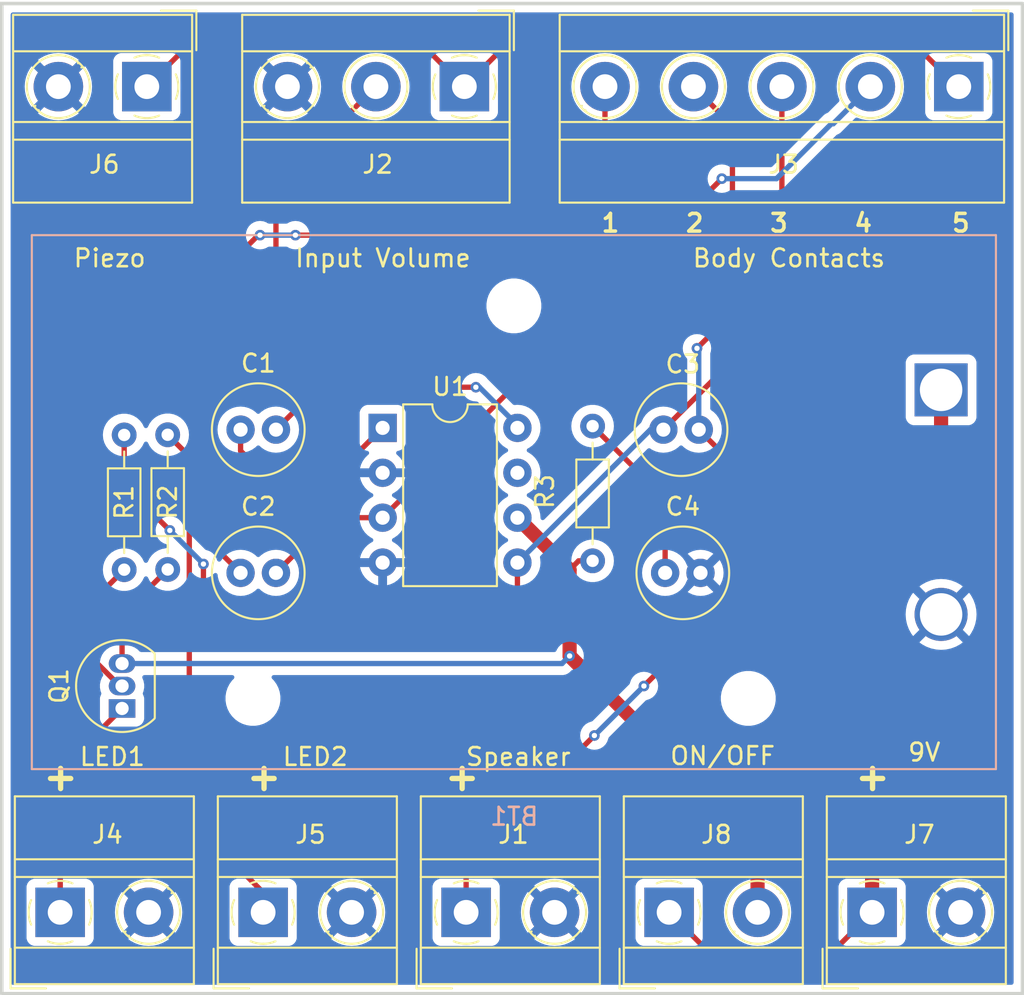
<source format=kicad_pcb>
(kicad_pcb (version 20240108) (generator "pcbnew") (generator_version "8.0")
  (layers (0 "F.Cu" signal) (31 "B.Cu" signal) (34 "B.Paste" user) (35 "F.Paste" user) (36 "B.SilkS" user "B.Silkscreen") (37 "F.SilkS" user "F.Silkscreen") (38 "B.Mask" user) (39 "F.Mask" user) (44 "Edge.Cuts" user))
  (net 0 "")
  (net 2 "GND")
  (net 3 "+9V")
  (net 4 "Net-(C1-Pad1)")
  (net 5 "Net-(C1-Pad2)")
  (net 6 "Net-(C4-Pad1)")
  (net 7 "/touch3")
  (net 8 "/touch2")
  (net 9 "Net-(Q1-B)")
  (net 10 "/signal_in")
  (net 11 "/spk+")
  (net 12 "/piezo+")
  (net 13 "/led1+")
  (net 14 "/led2+")
  (net 15 "VCC")
  (footprint "Resistor_THT:R_Axial_DIN0204_L3.6mm_D1.6mm_P7.62mm_Horizontal" (layer "F.Cu") (at 117.3 96.22 90)
    (property "Reference" "R3" (at 3.92 -2.7 90) (layer "F.SilkS"))
    (property "Value" "R")
    (fp_line (start 5.73 -0.92) (end 1.89 -0.92) (stroke (width 0.12)) (layer "F.SilkS"))
    (fp_line (start 1.89 -0.92) (end 1.89 0.92) (stroke (width 0.12)) (layer "F.SilkS"))
    (fp_line (start 6.68 0) (end 5.73 0) (stroke (width 0.12)) (layer "F.SilkS"))
    (fp_line (start 0.94 0) (end 1.89 0) (stroke (width 0.12)) (layer "F.SilkS"))
    (fp_line (start 5.73 0.92) (end 5.73 -0.92) (stroke (width 0.12)) (layer "F.SilkS"))
    (fp_line (start 1.89 0.92) (end 5.73 0.92) (stroke (width 0.12)) (layer "F.SilkS"))
    (pad "1" thru_hole circle (at 0 0 90) (size 1.4 1.4) (drill 0.7) (layers "*.Cu" "*.Mask") (net 15 "VCC"))
    (pad "2" thru_hole oval (at 7.62 0 90) (size 1.4 1.4) (drill 0.7) (layers "*.Cu" "*.Mask") (net 6 "Net-(C4-Pad1)"))
  )
  (footprint "TerminalBlock_MetzConnect:TerminalBlock_MetzConnect_Type011_RT05502HBWC_1x02_P5.00mm_Horizontal" (layer "F.Cu") (at 98.675 116.1)
    (property "Reference" "J5" (at 2.675 -4.4 0) (layer "F.SilkS"))
    (property "Value" "LED2" (at 2.95 -8.8 0) (layer "F.SilkS"))
    (fp_line (start -2.8 2.06) (end -2.8 4.3) (stroke (width 0.12)) (layer "F.SilkS"))
    (fp_line (start -2.8 4.3) (end -0.8 4.3) (stroke (width 0.12)) (layer "F.SilkS"))
    (fp_line (start -2.56 -6.56) (end -2.56 4.06) (stroke (width 0.12)) (layer "F.SilkS"))
    (fp_line (start -2.56 -6.56) (end 7.56 -6.56) (stroke (width 0.12)) (layer "F.SilkS"))
    (fp_line (start -2.56 -3) (end 7.56 -3) (stroke (width 0.12)) (layer "F.SilkS"))
    (fp_line (start -2.56 -2) (end 7.56 -2) (stroke (width 0.12)) (layer "F.SilkS"))
    (fp_line (start -2.56 2) (end 7.56 2) (stroke (width 0.12)) (layer "F.SilkS"))
    (fp_line (start -2.56 4.06) (end 7.56 4.06) (stroke (width 0.12)) (layer "F.SilkS"))
    (fp_line (start 3.7 1.083) (end 3.65 1.133) (stroke (width 0.12)) (layer "F.SilkS"))
    (fp_line (start 3.892 1.325) (end 3.868 1.35) (stroke (width 0.12)) (layer "F.SilkS"))
    (fp_line (start 6.133 -1.35) (end 6.108 -1.326) (stroke (width 0.12)) (layer "F.SilkS"))
    (fp_line (start 6.35 -1.133) (end 6.301 -1.083) (stroke (width 0.12)) (layer "F.SilkS"))
    (fp_line (start 7.56 -6.56) (end 7.56 4.06) (stroke (width 0.12)) (layer "F.SilkS"))
    (fp_arc (start -1.639206 0.695516) (mid -1.780657 -0.000263) (end -1.639 -0.696) (stroke (width 0.12)) (layer "F.SilkS"))
    (fp_arc (start -0.695516 -1.639206) (mid 0.000263 -1.780657) (end 0.696 -1.639) (stroke (width 0.12)) (layer "F.SilkS"))
    (fp_arc (start 0.030814 1.78039) (mid -0.340023 1.747891) (end -0.696 1.639) (stroke (width 0.12)) (layer "F.SilkS"))
    (fp_arc (start 0.695501 1.638499) (mid 0.354875 1.744266) (end 0 1.78) (stroke (width 0.12)) (layer "F.SilkS"))
    (fp_arc (start 1.639206 -0.695516) (mid 1.780657 0.000263) (end 1.639 0.696) (stroke (width 0.12)) (layer "F.SilkS"))
    (fp_circle (center 5 0) (end 6.78 0) (stroke (width 0.12)) (fill none) (layer "F.SilkS"))
    (pad "1" thru_hole rect (at 0 0) (size 2.8 2.8) (drill 1.4) (layers "*.Cu" "*.Mask") (net 14 "/led2+"))
    (pad "2" thru_hole circle (at 5 0) (size 2.8 2.8) (drill 1.4) (layers "*.Cu" "*.Mask") (net 2 "GND"))
  )
  (footprint "Capacitor_THT:C_Radial_D5.0mm_H11.0mm_P2.00mm" (layer "F.Cu") (at 121.4 96.9)
    (property "Reference" "C4" (at 1 -3.75 360) (layer "F.SilkS"))
    (property "Value" "1uF")
    (fp_circle (center 1 0) (end 3.62 0) (stroke (width 0.12)) (fill none) (layer "F.SilkS"))
    (pad "1" thru_hole circle (at 0 0) (size 1.6 1.6) (drill 0.8) (layers "*.Cu" "*.Mask") (net 6 "Net-(C4-Pad1)"))
    (pad "2" thru_hole circle (at 2 0) (size 1.6 1.6) (drill 0.8) (layers "*.Cu" "*.Mask") (net 2 "GND"))
  )
  (footprint "TerminalBlock_MetzConnect:TerminalBlock_MetzConnect_Type011_RT05502HBWC_1x02_P5.00mm_Horizontal" (layer "F.Cu") (at 133.1 116.1)
    (property "Reference" "J7" (at 2.675 -4.4 0) (layer "F.SilkS"))
    (property "Value" "9V" (at 2.95 -9.05 0) (layer "F.SilkS"))
    (fp_line (start -2.8 2.06) (end -2.8 4.3) (stroke (width 0.12)) (layer "F.SilkS"))
    (fp_line (start -2.8 4.3) (end -0.8 4.3) (stroke (width 0.12)) (layer "F.SilkS"))
    (fp_line (start -2.56 -6.56) (end -2.56 4.06) (stroke (width 0.12)) (layer "F.SilkS"))
    (fp_line (start -2.56 -6.56) (end 7.56 -6.56) (stroke (width 0.12)) (layer "F.SilkS"))
    (fp_line (start -2.56 -3) (end 7.56 -3) (stroke (width 0.12)) (layer "F.SilkS"))
    (fp_line (start -2.56 -2) (end 7.56 -2) (stroke (width 0.12)) (layer "F.SilkS"))
    (fp_line (start -2.56 2) (end 7.56 2) (stroke (width 0.12)) (layer "F.SilkS"))
    (fp_line (start -2.56 4.06) (end 7.56 4.06) (stroke (width 0.12)) (layer "F.SilkS"))
    (fp_line (start 3.7 1.083) (end 3.65 1.133) (stroke (width 0.12)) (layer "F.SilkS"))
    (fp_line (start 3.892 1.325) (end 3.868 1.35) (stroke (width 0.12)) (layer "F.SilkS"))
    (fp_line (start 6.133 -1.35) (end 6.108 -1.326) (stroke (width 0.12)) (layer "F.SilkS"))
    (fp_line (start 6.35 -1.133) (end 6.301 -1.083) (stroke (width 0.12)) (layer "F.SilkS"))
    (fp_line (start 7.56 -6.56) (end 7.56 4.06) (stroke (width 0.12)) (layer "F.SilkS"))
    (fp_arc (start -1.639206 0.695516) (mid -1.780657 -0.000263) (end -1.639 -0.696) (stroke (width 0.12)) (layer "F.SilkS"))
    (fp_arc (start -0.695516 -1.639206) (mid 0.000263 -1.780657) (end 0.696 -1.639) (stroke (width 0.12)) (layer "F.SilkS"))
    (fp_arc (start 0.030814 1.78039) (mid -0.340023 1.747891) (end -0.696 1.639) (stroke (width 0.12)) (layer "F.SilkS"))
    (fp_arc (start 0.695501 1.638499) (mid 0.354875 1.744266) (end 0 1.78) (stroke (width 0.12)) (layer "F.SilkS"))
    (fp_arc (start 1.639206 -0.695516) (mid 1.780657 0.000263) (end 1.639 0.696) (stroke (width 0.12)) (layer "F.SilkS"))
    (fp_circle (center 5 0) (end 6.78 0) (stroke (width 0.12)) (fill none) (layer "F.SilkS"))
    (pad "1" thru_hole rect (at 0 0) (size 2.8 2.8) (drill 1.4) (layers "*.Cu" "*.Mask") (net 3 "+9V"))
    (pad "2" thru_hole circle (at 5 0) (size 2.8 2.8) (drill 1.4) (layers "*.Cu" "*.Mask") (net 2 "GND"))
  )
  (footprint "Resistor_THT:R_Axial_DIN0204_L3.6mm_D1.6mm_P7.62mm_Horizontal" (layer "F.Cu") (at 90.82 89.1 -90)
    (property "Reference" "R2" (at 3.8 -2.46 90) (layer "F.SilkS"))
    (property "Value" "R")
    (fp_line (start 1.89 0.92) (end 5.73 0.92) (stroke (width 0.12)) (layer "F.SilkS"))
    (fp_line (start 5.73 0.92) (end 5.73 -0.92) (stroke (width 0.12)) (layer "F.SilkS"))
    (fp_line (start 0.94 0) (end 1.89 0) (stroke (width 0.12)) (layer "F.SilkS"))
    (fp_line (start 6.68 0) (end 5.73 0) (stroke (width 0.12)) (layer "F.SilkS"))
    (fp_line (start 1.89 -0.92) (end 1.89 0.92) (stroke (width 0.12)) (layer "F.SilkS"))
    (fp_line (start 5.73 -0.92) (end 1.89 -0.92) (stroke (width 0.12)) (layer "F.SilkS"))
    (pad "1" thru_hole circle (at 0 0 270) (size 1.4 1.4) (drill 0.7) (layers "*.Cu" "*.Mask") (net 7 "/touch3"))
    (pad "2" thru_hole oval (at 7.62 0 270) (size 1.4 1.4) (drill 0.7) (layers "*.Cu" "*.Mask") (net 9 "Net-(Q1-B)"))
  )
  (footprint "Capacitor_THT:C_Radial_D5.0mm_H11.0mm_P2.00mm" (layer "F.Cu") (at 121.3 88.8)
    (property "Reference" "C3" (at 1.1 -3.7 360) (layer "F.SilkS"))
    (property "Value" "100uF")
    (fp_circle (center 1 0) (end 3.62 0) (stroke (width 0.12)) (fill none) (layer "F.SilkS"))
    (pad "1" thru_hole circle (at 0 0) (size 1.6 1.6) (drill 0.8) (layers "*.Cu" "*.Mask") (net 7 "/touch3"))
    (pad "2" thru_hole circle (at 2 0) (size 1.6 1.6) (drill 0.8) (layers "*.Cu" "*.Mask") (net 11 "/spk+"))
  )
  (footprint "TerminalBlock_MetzConnect:TerminalBlock_MetzConnect_Type011_RT05502HBWC_1x02_P5.00mm_Horizontal" (layer "F.Cu") (at 121.625 116.1)
    (property "Reference" "J8" (at 2.675 -4.4 0) (layer "F.SilkS"))
    (property "Value" "ON/OFF" (at 3.025 -8.85 0) (layer "F.SilkS"))
    (fp_line (start -2.8 2.06) (end -2.8 4.3) (stroke (width 0.12)) (layer "F.SilkS"))
    (fp_line (start -2.8 4.3) (end -0.8 4.3) (stroke (width 0.12)) (layer "F.SilkS"))
    (fp_line (start -2.56 -6.56) (end -2.56 4.06) (stroke (width 0.12)) (layer "F.SilkS"))
    (fp_line (start -2.56 -6.56) (end 7.56 -6.56) (stroke (width 0.12)) (layer "F.SilkS"))
    (fp_line (start -2.56 -3) (end 7.56 -3) (stroke (width 0.12)) (layer "F.SilkS"))
    (fp_line (start -2.56 -2) (end 7.56 -2) (stroke (width 0.12)) (layer "F.SilkS"))
    (fp_line (start -2.56 2) (end 7.56 2) (stroke (width 0.12)) (layer "F.SilkS"))
    (fp_line (start -2.56 4.06) (end 7.56 4.06) (stroke (width 0.12)) (layer "F.SilkS"))
    (fp_line (start 3.7 1.083) (end 3.65 1.133) (stroke (width 0.12)) (layer "F.SilkS"))
    (fp_line (start 3.892 1.325) (end 3.868 1.35) (stroke (width 0.12)) (layer "F.SilkS"))
    (fp_line (start 6.133 -1.35) (end 6.108 -1.326) (stroke (width 0.12)) (layer "F.SilkS"))
    (fp_line (start 6.35 -1.133) (end 6.301 -1.083) (stroke (width 0.12)) (layer "F.SilkS"))
    (fp_line (start 7.56 -6.56) (end 7.56 4.06) (stroke (width 0.12)) (layer "F.SilkS"))
    (fp_arc (start -1.639206 0.695516) (mid -1.780657 -0.000263) (end -1.639 -0.696) (stroke (width 0.12)) (layer "F.SilkS"))
    (fp_arc (start -0.695516 -1.639206) (mid 0.000263 -1.780657) (end 0.696 -1.639) (stroke (width 0.12)) (layer "F.SilkS"))
    (fp_arc (start 0.030814 1.78039) (mid -0.340023 1.747891) (end -0.696 1.639) (stroke (width 0.12)) (layer "F.SilkS"))
    (fp_arc (start 0.695501 1.638499) (mid 0.354875 1.744266) (end 0 1.78) (stroke (width 0.12)) (layer "F.SilkS"))
    (fp_arc (start 1.639206 -0.695516) (mid 1.780657 0.000263) (end 1.639 0.696) (stroke (width 0.12)) (layer "F.SilkS"))
    (fp_circle (center 5 0) (end 6.78 0) (stroke (width 0.12)) (fill none) (layer "F.SilkS"))
    (pad "1" thru_hole rect (at 0 0) (size 2.8 2.8) (drill 1.4) (layers "*.Cu" "*.Mask") (net 3 "+9V"))
    (pad "2" thru_hole circle (at 5 0) (size 2.8 2.8) (drill 1.4) (layers "*.Cu" "*.Mask") (net 15 "VCC"))
  )
  (footprint "TerminalBlock_MetzConnect:TerminalBlock_MetzConnect_Type011_RT05503HBWC_1x03_P5.00mm_Horizontal" (layer "F.Cu") (at 110.05 69.4 180)
    (property "Reference" "J2" (at 4.9 -4.4 0) (layer "F.SilkS"))
    (property "Value" "Input Volume" (at 4.6 -9.7 0) (layer "F.SilkS"))
    (fp_line (start 12.56 -6.56) (end 12.56 4.06) (stroke (width 0.12)) (layer "F.SilkS"))
    (fp_line (start 11.35 -1.133) (end 11.301 -1.083) (stroke (width 0.12)) (layer "F.SilkS"))
    (fp_line (start 11.133 -1.35) (end 11.108 -1.326) (stroke (width 0.12)) (layer "F.SilkS"))
    (fp_line (start 8.892 1.325) (end 8.868 1.35) (stroke (width 0.12)) (layer "F.SilkS"))
    (fp_line (start 8.7 1.083) (end 8.65 1.133) (stroke (width 0.12)) (layer "F.SilkS"))
    (fp_line (start 6.35 -1.133) (end 6.301 -1.083) (stroke (width 0.12)) (layer "F.SilkS"))
    (fp_line (start 6.133 -1.35) (end 6.108 -1.326) (stroke (width 0.12)) (layer "F.SilkS"))
    (fp_line (start 3.892 1.325) (end 3.868 1.35) (stroke (width 0.12)) (layer "F.SilkS"))
    (fp_line (start 3.7 1.083) (end 3.65 1.133) (stroke (width 0.12)) (layer "F.SilkS"))
    (fp_line (start -2.56 4.06) (end 12.56 4.06) (stroke (width 0.12)) (layer "F.SilkS"))
    (fp_line (start -2.56 2) (end 12.56 2) (stroke (width 0.12)) (layer "F.SilkS"))
    (fp_line (start -2.56 -2) (end 12.56 -2) (stroke (width 0.12)) (layer "F.SilkS"))
    (fp_line (start -2.56 -3) (end 12.56 -3) (stroke (width 0.12)) (layer "F.SilkS"))
    (fp_line (start -2.56 -6.56) (end 12.56 -6.56) (stroke (width 0.12)) (layer "F.SilkS"))
    (fp_line (start -2.56 -6.56) (end -2.56 4.06) (stroke (width 0.12)) (layer "F.SilkS"))
    (fp_line (start -2.8 4.3) (end -0.8 4.3) (stroke (width 0.12)) (layer "F.SilkS"))
    (fp_line (start -2.8 2.06) (end -2.8 4.3) (stroke (width 0.12)) (layer "F.SilkS"))
    (fp_arc (start 1.639206 -0.695516) (mid 1.780657 0.000263) (end 1.639 0.696) (stroke (width 0.12)) (layer "F.SilkS"))
    (fp_arc (start 0.695501 1.638499) (mid 0.354875 1.744266) (end 0 1.78) (stroke (width 0.12)) (layer "F.SilkS"))
    (fp_arc (start 0.030814 1.78039) (mid -0.340023 1.747891) (end -0.696 1.639) (stroke (width 0.12)) (layer "F.SilkS"))
    (fp_arc (start -0.695516 -1.639206) (mid 0.000263 -1.780657) (end 0.696 -1.639) (stroke (width 0.12)) (layer "F.SilkS"))
    (fp_arc (start -1.639206 0.695516) (mid -1.780657 -0.000263) (end -1.639 -0.696) (stroke (width 0.12)) (layer "F.SilkS"))
    (fp_circle (center 10 0) (end 11.78 0) (stroke (width 0.12)) (fill none) (layer "F.SilkS"))
    (fp_circle (center 5 0) (end 6.78 0) (stroke (width 0.12)) (fill none) (layer "F.SilkS"))
    (pad "1" thru_hole rect (at 0 0 180) (size 2.8 2.8) (drill 1.4) (layers "*.Cu" "*.Mask") (net 12 "/piezo+"))
    (pad "2" thru_hole circle (at 5 0 180) (size 2.8 2.8) (drill 1.4) (layers "*.Cu" "*.Mask") (net 10 "/signal_in"))
    (pad "3" thru_hole circle (at 10 0 180) (size 2.8 2.8) (drill 1.4) (layers "*.Cu" "*.Mask") (net 2 "GND"))
  )
  (footprint "Package_DIP:DIP-8_W7.62mm" (layer "F.Cu") (at 105.43 88.7)
    (property "Reference" "U1" (at 3.81 -2.33 0) (layer "F.SilkS"))
    (property "Value" "LM386")
    (fp_line (start 1.16 -1.33) (end 1.16 8.95) (stroke (width 0.12)) (layer "F.SilkS"))
    (fp_line (start 1.16 8.95) (end 6.46 8.95) (stroke (width 0.12)) (layer "F.SilkS"))
    (fp_line (start 2.81 -1.33) (end 1.16 -1.33) (stroke (width 0.12)) (layer "F.SilkS"))
    (fp_line (start 6.46 -1.33) (end 4.81 -1.33) (stroke (width 0.12)) (layer "F.SilkS"))
    (fp_line (start 6.46 8.95) (end 6.46 -1.33) (stroke (width 0.12)) (layer "F.SilkS"))
    (fp_arc (start 4.81 -1.33) (mid 3.81 -0.33) (end 2.81 -1.33) (stroke (width 0.12)) (layer "F.SilkS"))
    (pad "1" thru_hole rect (at 0 0) (size 1.6 1.6) (drill 0.8) (layers "*.Cu" "*.Mask") (net 4 "Net-(C1-Pad1)"))
    (pad "2" thru_hole oval (at 0 2.54) (size 1.6 1.6) (drill 0.8) (layers "*.Cu" "*.Mask") (net 2 "GND"))
    (pad "3" thru_hole oval (at 0 5.08) (size 1.6 1.6) (drill 0.8) (layers "*.Cu" "*.Mask") (net 8 "/touch2"))
    (pad "4" thru_hole oval (at 0 7.62) (size 1.6 1.6) (drill 0.8) (layers "*.Cu" "*.Mask") (net 2 "GND"))
    (pad "5" thru_hole oval (at 7.62 7.62) (size 1.6 1.6) (drill 0.8) (layers "*.Cu" "*.Mask") (net 7 "/touch3"))
    (pad "6" thru_hole oval (at 7.62 5.08) (size 1.6 1.6) (drill 0.8) (layers "*.Cu" "*.Mask") (net 15 "VCC"))
    (pad "7" thru_hole oval (at 7.62 2.54) (size 1.6 1.6) (drill 0.8) (layers "*.Cu" "*.Mask"))
    (pad "8" thru_hole oval (at 7.62 0) (size 1.6 1.6) (drill 0.8) (layers "*.Cu" "*.Mask") (net 5 "Net-(C1-Pad2)"))
  )
  (footprint "TerminalBlock_MetzConnect:TerminalBlock_MetzConnect_Type011_RT05502HBWC_1x02_P5.00mm_Horizontal" (layer "F.Cu") (at 92.1 69.4 180)
    (property "Reference" "J6" (at 2.4 -4.4 0) (layer "F.SilkS"))
    (property "Value" "Piezo" (at 2.1 -9.7 0) (layer "F.SilkS"))
    (fp_line (start 7.56 -6.56) (end 7.56 4.06) (stroke (width 0.12)) (layer "F.SilkS"))
    (fp_line (start 6.35 -1.133) (end 6.301 -1.083) (stroke (width 0.12)) (layer "F.SilkS"))
    (fp_line (start 6.133 -1.35) (end 6.108 -1.326) (stroke (width 0.12)) (layer "F.SilkS"))
    (fp_line (start 3.892 1.325) (end 3.868 1.35) (stroke (width 0.12)) (layer "F.SilkS"))
    (fp_line (start 3.7 1.083) (end 3.65 1.133) (stroke (width 0.12)) (layer "F.SilkS"))
    (fp_line (start -2.56 4.06) (end 7.56 4.06) (stroke (width 0.12)) (layer "F.SilkS"))
    (fp_line (start -2.56 2) (end 7.56 2) (stroke (width 0.12)) (layer "F.SilkS"))
    (fp_line (start -2.56 -2) (end 7.56 -2) (stroke (width 0.12)) (layer "F.SilkS"))
    (fp_line (start -2.56 -3) (end 7.56 -3) (stroke (width 0.12)) (layer "F.SilkS"))
    (fp_line (start -2.56 -6.56) (end 7.56 -6.56) (stroke (width 0.12)) (layer "F.SilkS"))
    (fp_line (start -2.56 -6.56) (end -2.56 4.06) (stroke (width 0.12)) (layer "F.SilkS"))
    (fp_line (start -2.8 4.3) (end -0.8 4.3) (stroke (width 0.12)) (layer "F.SilkS"))
    (fp_line (start -2.8 2.06) (end -2.8 4.3) (stroke (width 0.12)) (layer "F.SilkS"))
    (fp_arc (start 1.639206 -0.695516) (mid 1.780657 0.000263) (end 1.639 0.696) (stroke (width 0.12)) (layer "F.SilkS"))
    (fp_arc (start 0.695501 1.638499) (mid 0.354875 1.744266) (end 0 1.78) (stroke (width 0.12)) (layer "F.SilkS"))
    (fp_arc (start 0.030814 1.78039) (mid -0.340023 1.747891) (end -0.696 1.639) (stroke (width 0.12)) (layer "F.SilkS"))
    (fp_arc (start -0.695516 -1.639206) (mid 0.000263 -1.780657) (end 0.696 -1.639) (stroke (width 0.12)) (layer "F.SilkS"))
    (fp_arc (start -1.639206 0.695516) (mid -1.780657 -0.000263) (end -1.639 -0.696) (stroke (width 0.12)) (layer "F.SilkS"))
    (fp_circle (center 5 0) (end 6.78 0) (stroke (width 0.12)) (fill none) (layer "F.SilkS"))
    (pad "1" thru_hole rect (at 0 0 180) (size 2.8 2.8) (drill 1.4) (layers "*.Cu" "*.Mask") (net 12 "/piezo+"))
    (pad "2" thru_hole circle (at 5 0 180) (size 2.8 2.8) (drill 1.4) (layers "*.Cu" "*.Mask") (net 2 "GND"))
  )
  (footprint "TerminalBlock_MetzConnect:TerminalBlock_MetzConnect_Type011_RT05502HBWC_1x02_P5.00mm_Horizontal" (layer "F.Cu") (at 87.2 116.1)
    (property "Reference" "J4" (at 2.675 -4.4 0) (layer "F.SilkS"))
    (property "Value" "LED1" (at 2.95 -8.8 0) (layer "F.SilkS"))
    (fp_line (start -2.8 2.06) (end -2.8 4.3) (stroke (width 0.12)) (layer "F.SilkS"))
    (fp_line (start -2.8 4.3) (end -0.8 4.3) (stroke (width 0.12)) (layer "F.SilkS"))
    (fp_line (start -2.56 -6.56) (end -2.56 4.06) (stroke (width 0.12)) (layer "F.SilkS"))
    (fp_line (start -2.56 -6.56) (end 7.56 -6.56) (stroke (width 0.12)) (layer "F.SilkS"))
    (fp_line (start -2.56 -3) (end 7.56 -3) (stroke (width 0.12)) (layer "F.SilkS"))
    (fp_line (start -2.56 -2) (end 7.56 -2) (stroke (width 0.12)) (layer "F.SilkS"))
    (fp_line (start -2.56 2) (end 7.56 2) (stroke (width 0.12)) (layer "F.SilkS"))
    (fp_line (start -2.56 4.06) (end 7.56 4.06) (stroke (width 0.12)) (layer "F.SilkS"))
    (fp_line (start 3.7 1.083) (end 3.65 1.133) (stroke (width 0.12)) (layer "F.SilkS"))
    (fp_line (start 3.892 1.325) (end 3.868 1.35) (stroke (width 0.12)) (layer "F.SilkS"))
    (fp_line (start 6.133 -1.35) (end 6.108 -1.326) (stroke (width 0.12)) (layer "F.SilkS"))
    (fp_line (start 6.35 -1.133) (end 6.301 -1.083) (stroke (width 0.12)) (layer "F.SilkS"))
    (fp_line (start 7.56 -6.56) (end 7.56 4.06) (stroke (width 0.12)) (layer "F.SilkS"))
    (fp_arc (start -1.639206 0.695516) (mid -1.780657 -0.000263) (end -1.639 -0.696) (stroke (width 0.12)) (layer "F.SilkS"))
    (fp_arc (start -0.695516 -1.639206) (mid 0.000263 -1.780657) (end 0.696 -1.639) (stroke (width 0.12)) (layer "F.SilkS"))
    (fp_arc (start 0.030814 1.78039) (mid -0.340023 1.747891) (end -0.696 1.639) (stroke (width 0.12)) (layer "F.SilkS"))
    (fp_arc (start 0.695501 1.638499) (mid 0.354875 1.744266) (end 0 1.78) (stroke (width 0.12)) (layer "F.SilkS"))
    (fp_arc (start 1.639206 -0.695516) (mid 1.780657 0.000263) (end 1.639 0.696) (stroke (width 0.12)) (layer "F.SilkS"))
    (fp_circle (center 5 0) (end 6.78 0) (stroke (width 0.12)) (fill none) (layer "F.SilkS"))
    (pad "1" thru_hole rect (at 0 0) (size 2.8 2.8) (drill 1.4) (layers "*.Cu" "*.Mask") (net 13 "/led1+"))
    (pad "2" thru_hole circle (at 5 0) (size 2.8 2.8) (drill 1.4) (layers "*.Cu" "*.Mask") (net 2 "GND"))
  )
  (footprint "Package_TO_SOT_THT:TO-92_Inline" (layer "F.Cu") (at 90.7 104.57 90)
    (property "Reference" "Q1" (at 1.27 -3.56 90) (layer "F.SilkS"))
    (property "Value" "2N3904")
    (fp_line (start -0.53 1.85) (end 3.07 1.85) (stroke (width 0.12)) (layer "F.SilkS"))
    (fp_arc (start 1.27 -2.6) (mid 3.672087 -0.994977) (end 3.108478 1.838478) (stroke (width 0.12)) (layer "F.SilkS"))
    (fp_arc (start -0.568478 1.838478) (mid -1.132087 -0.994977) (end 1.27 -2.6) (stroke (width 0.12)) (layer "F.SilkS"))
    (pad "1" thru_hole rect (at 0 0 90) (size 1.05 1.5) (drill 0.75) (layers "*.Cu" "*.Mask") (net 13 "/led1+"))
    (pad "2" thru_hole oval (at 1.27 0 90) (size 1.05 1.5) (drill 0.75) (layers "*.Cu" "*.Mask") (net 9 "Net-(Q1-B)"))
    (pad "3" thru_hole oval (at 2.54 0 90) (size 1.05 1.5) (drill 0.75) (layers "*.Cu" "*.Mask") (net 15 "VCC"))
  )
  (footprint "Capacitor_THT:C_Radial_D5.0mm_H11.0mm_P2.00mm" (layer "F.Cu") (at 97.4 96.9)
    (property "Reference" "C2" (at 1 -3.75 0) (layer "F.SilkS"))
    (property "Value" "C_Polarized")
    (fp_circle (center 1 0) (end 3.62 0) (stroke (width 0.12)) (fill none) (layer "F.SilkS"))
    (pad "1" thru_hole circle (at 0 0) (size 1.6 1.6) (drill 0.8) (layers "*.Cu" "*.Mask") (net 10 "/signal_in"))
    (pad "2" thru_hole circle (at 2 0) (size 1.6 1.6) (drill 0.8) (layers "*.Cu" "*.Mask") (net 8 "/touch2"))
  )
  (footprint "Capacitor_THT:C_Radial_D5.0mm_H11.0mm_P2.00mm" (layer "F.Cu") (at 97.4 88.8)
    (property "Reference" "C1" (at 1 -3.75 0) (layer "F.SilkS"))
    (property "Value" "10uF")
    (fp_circle (center 1 0) (end 3.62 0) (stroke (width 0.12)) (fill none) (layer "F.SilkS"))
    (pad "1" thru_hole circle (at 0 0) (size 1.6 1.6) (drill 0.8) (layers "*.Cu" "*.Mask") (net 4 "Net-(C1-Pad1)"))
    (pad "2" thru_hole circle (at 2 0) (size 1.6 1.6) (drill 0.8) (layers "*.Cu" "*.Mask") (net 5 "Net-(C1-Pad2)"))
  )
  (footprint "Resistor_THT:R_Axial_DIN0204_L3.6mm_D1.6mm_P7.62mm_Horizontal" (layer "F.Cu") (at 93.28 96.71 90)
    (property "Reference" "R1" (at 3.8 -2.46 90) (layer "F.SilkS"))
    (property "Value" "R")
    (fp_line (start 5.73 -0.92) (end 1.89 -0.92) (stroke (width 0.12)) (layer "F.SilkS"))
    (fp_line (start 1.89 -0.92) (end 1.89 0.92) (stroke (width 0.12)) (layer "F.SilkS"))
    (fp_line (start 6.68 0) (end 5.73 0) (stroke (width 0.12)) (layer "F.SilkS"))
    (fp_line (start 0.94 0) (end 1.89 0) (stroke (width 0.12)) (layer "F.SilkS"))
    (fp_line (start 5.73 0.92) (end 5.73 -0.92) (stroke (width 0.12)) (layer "F.SilkS"))
    (fp_line (start 1.89 0.92) (end 5.73 0.92) (stroke (width 0.12)) (layer "F.SilkS"))
    (pad "1" thru_hole circle (at 0 0 90) (size 1.4 1.4) (drill 0.7) (layers "*.Cu" "*.Mask") (net 15 "VCC"))
    (pad "2" thru_hole oval (at 7.62 0 90) (size 1.4 1.4) (drill 0.7) (layers "*.Cu" "*.Mask") (net 14 "/led2+"))
  )
  (footprint "TerminalBlock_MetzConnect:TerminalBlock_MetzConnect_Type011_RT05505HBWC_1x05_P5.00mm_Horizontal" (layer "F.Cu") (at 138 69.4 180)
    (property "Reference" "J3" (at 9.9 -4.4 0) (layer "F.SilkS"))
    (property "Value" "Body Contacts" (at 9.6 -9.7 0) (layer "F.SilkS"))
    (fp_line (start 22.56 -6.56) (end 22.56 4.06) (stroke (width 0.12)) (layer "F.SilkS"))
    (fp_line (start 21.35 -1.133) (end 21.301 -1.083) (stroke (width 0.12)) (layer "F.SilkS"))
    (fp_line (start 21.133 -1.35) (end 21.108 -1.326) (stroke (width 0.12)) (layer "F.SilkS"))
    (fp_line (start 18.892 1.325) (end 18.868 1.35) (stroke (width 0.12)) (layer "F.SilkS"))
    (fp_line (start 18.7 1.083) (end 18.65 1.133) (stroke (width 0.12)) (layer "F.SilkS"))
    (fp_line (start 16.35 -1.133) (end 16.301 -1.083) (stroke (width 0.12)) (layer "F.SilkS"))
    (fp_line (start 16.133 -1.35) (end 16.108 -1.326) (stroke (width 0.12)) (layer "F.SilkS"))
    (fp_line (start 13.892 1.325) (end 13.868 1.35) (stroke (width 0.12)) (layer "F.SilkS"))
    (fp_line (start 13.7 1.083) (end 13.65 1.133) (stroke (width 0.12)) (layer "F.SilkS"))
    (fp_line (start 11.35 -1.133) (end 11.301 -1.083) (stroke (width 0.12)) (layer "F.SilkS"))
    (fp_line (start 11.133 -1.35) (end 11.108 -1.326) (stroke (width 0.12)) (layer "F.SilkS"))
    (fp_line (start 8.892 1.325) (end 8.868 1.35) (stroke (width 0.12)) (layer "F.SilkS"))
    (fp_line (start 8.7 1.083) (end 8.65 1.133) (stroke (width 0.12)) (layer "F.SilkS"))
    (fp_line (start 6.35 -1.133) (end 6.301 -1.083) (stroke (width 0.12)) (layer "F.SilkS"))
    (fp_line (start 6.133 -1.35) (end 6.108 -1.326) (stroke (width 0.12)) (layer "F.SilkS"))
    (fp_line (start 3.892 1.325) (end 3.868 1.35) (stroke (width 0.12)) (layer "F.SilkS"))
    (fp_line (start 3.7 1.083) (end 3.65 1.133) (stroke (width 0.12)) (layer "F.SilkS"))
    (fp_line (start -2.56 4.06) (end 22.56 4.06) (stroke (width 0.12)) (layer "F.SilkS"))
    (fp_line (start -2.56 2) (end 22.56 2) (stroke (width 0.12)) (layer "F.SilkS"))
    (fp_line (start -2.56 -2) (end 22.56 -2) (stroke (width 0.12)) (layer "F.SilkS"))
    (fp_line (start -2.56 -3) (end 22.56 -3) (stroke (width 0.12)) (layer "F.SilkS"))
    (fp_line (start -2.56 -6.56) (end 22.56 -6.56) (stroke (width 0.12)) (layer "F.SilkS"))
    (fp_line (start -2.56 -6.56) (end -2.56 4.06) (stroke (width 0.12)) (layer "F.SilkS"))
    (fp_line (start -2.8 4.3) (end -0.8 4.3) (stroke (width 0.12)) (layer "F.SilkS"))
    (fp_line (start -2.8 2.06) (end -2.8 4.3) (stroke (width 0.12)) (layer "F.SilkS"))
    (fp_arc (start 1.639206 -0.695516) (mid 1.780657 0.000263) (end 1.639 0.696) (stroke (width 0.12)) (layer "F.SilkS"))
    (fp_arc (start 0.695501 1.638499) (mid 0.354875 1.744266) (end 0 1.78) (stroke (width 0.12)) (layer "F.SilkS"))
    (fp_arc (start 0.030814 1.78039) (mid -0.340023 1.747891) (end -0.696 1.639) (stroke (width 0.12)) (layer "F.SilkS"))
    (fp_arc (start -0.695516 -1.639206) (mid 0.000263 -1.780657) (end 0.696 -1.639) (stroke (width 0.12)) (layer "F.SilkS"))
    (fp_arc (start -1.639206 0.695516) (mid -1.780657 -0.000263) (end -1.639 -0.696) (stroke (width 0.12)) (layer "F.SilkS"))
    (fp_circle (center 20 0) (end 21.78 0) (stroke (width 0.12)) (fill none) (layer "F.SilkS"))
    (fp_circle (center 15 0) (end 16.78 0) (stroke (width 0.12)) (fill none) (layer "F.SilkS"))
    (fp_circle (center 10 0) (end 11.78 0) (stroke (width 0.12)) (fill none) (layer "F.SilkS"))
    (fp_circle (center 5 0) (end 6.78 0) (stroke (width 0.12)) (fill none) (layer "F.SilkS"))
    (pad "1" thru_hole rect (at 0 0 180) (size 2.8 2.8) (drill 1.4) (layers "*.Cu" "*.Mask") (net 12 "/piezo+"))
    (pad "2" thru_hole circle (at 5 0 180) (size 2.8 2.8) (drill 1.4) (layers "*.Cu" "*.Mask") (net 8 "/touch2"))
    (pad "3" thru_hole circle (at 10 0 180) (size 2.8 2.8) (drill 1.4) (layers "*.Cu" "*.Mask") (net 7 "/touch3"))
    (pad "4" thru_hole circle (at 15 0 180) (size 2.8 2.8) (drill 1.4) (layers "*.Cu" "*.Mask") (net 11 "/spk+"))
    (pad "5" thru_hole circle (at 20 0 180) (size 2.8 2.8) (drill 1.4) (layers "*.Cu" "*.Mask") (net 13 "/led1+"))
  )
  (footprint "TerminalBlock_MetzConnect:TerminalBlock_MetzConnect_Type011_RT05502HBWC_1x02_P5.00mm_Horizontal" (layer "F.Cu") (at 110.15 116.1)
    (property "Reference" "J1" (at 2.675 -4.4 0) (layer "F.SilkS"))
    (property "Value" "Speaker" (at 2.95 -8.8 0) (layer "F.SilkS"))
    (fp_line (start -2.8 2.06) (end -2.8 4.3) (stroke (width 0.12)) (layer "F.SilkS"))
    (fp_line (start -2.8 4.3) (end -0.8 4.3) (stroke (width 0.12)) (layer "F.SilkS"))
    (fp_line (start -2.56 -6.56) (end -2.56 4.06) (stroke (width 0.12)) (layer "F.SilkS"))
    (fp_line (start -2.56 -6.56) (end 7.56 -6.56) (stroke (width 0.12)) (layer "F.SilkS"))
    (fp_line (start -2.56 -3) (end 7.56 -3) (stroke (width 0.12)) (layer "F.SilkS"))
    (fp_line (start -2.56 -2) (end 7.56 -2) (stroke (width 0.12)) (layer "F.SilkS"))
    (fp_line (start -2.56 2) (end 7.56 2) (stroke (width 0.12)) (layer "F.SilkS"))
    (fp_line (start -2.56 4.06) (end 7.56 4.06) (stroke (width 0.12)) (layer "F.SilkS"))
    (fp_line (start 3.7 1.083) (end 3.65 1.133) (stroke (width 0.12)) (layer "F.SilkS"))
    (fp_line (start 3.892 1.325) (end 3.868 1.35) (stroke (width 0.12)) (layer "F.SilkS"))
    (fp_line (start 6.133 -1.35) (end 6.108 -1.326) (stroke (width 0.12)) (layer "F.SilkS"))
    (fp_line (start 6.35 -1.133) (end 6.301 -1.083) (stroke (width 0.12)) (layer "F.SilkS"))
    (fp_line (start 7.56 -6.56) (end 7.56 4.06) (stroke (width 0.12)) (layer "F.SilkS"))
    (fp_arc (start -1.639206 0.695516) (mid -1.780657 -0.000263) (end -1.639 -0.696) (stroke (width 0.12)) (layer "F.SilkS"))
    (fp_arc (start -0.695516 -1.639206) (mid 0.000263 -1.780657) (end 0.696 -1.639) (stroke (width 0.12)) (layer "F.SilkS"))
    (fp_arc (start 0.030814 1.78039) (mid -0.340023 1.747891) (end -0.696 1.639) (stroke (width 0.12)) (layer "F.SilkS"))
    (fp_arc (start 0.695501 1.638499) (mid 0.354875 1.744266) (end 0 1.78) (stroke (width 0.12)) (layer "F.SilkS"))
    (fp_arc (start 1.639206 -0.695516) (mid 1.780657 0.000263) (end 1.639 0.696) (stroke (width 0.12)) (layer "F.SilkS"))
    (fp_circle (center 5 0) (end 6.78 0) (stroke (width 0.12)) (fill none) (layer "F.SilkS"))
    (pad "1" thru_hole rect (at 0 0) (size 2.8 2.8) (drill 1.4) (layers "*.Cu" "*.Mask") (net 11 "/spk+"))
    (pad "2" thru_hole circle (at 5 0) (size 2.8 2.8) (drill 1.4) (layers "*.Cu" "*.Mask") (net 2 "GND"))
  )
  (footprint "Battery:BatteryHolder_Eagle_12BH611-GR" (layer "B.Cu") (at 137 86.55)
    (property "Reference" "BT1" (at -24.13 24.13 180) (layer "B.SilkS") (effects (justify mirror)))
    (property "Value" "Battery")
    (fp_line (start -51.4 -8.75) (end 3.1 -8.75) (stroke (width 0.12)) (layer "B.SilkS"))
    (fp_line (start -51.4 21.45) (end -51.4 -8.75) (stroke (width 0.12)) (layer "B.SilkS"))
    (fp_line (start 3.1 -8.75) (end 3.1 21.45) (stroke (width 0.12)) (layer "B.SilkS"))
    (fp_line (start 3.1 21.45) (end -51.4 21.45) (stroke (width 0.12)) (layer "B.SilkS"))
    (pad "" np_thru_hole circle (at -38.9 17.45) (size 2.6 2.6) (drill 2.6) (layers "*.Cu" "*.Mask"))
    (pad "" np_thru_hole circle (at -24.15 -4.75) (size 2.6 2.6) (drill 2.6) (layers "*.Cu" "*.Mask"))
    (pad "" np_thru_hole circle (at -10.9 17.45) (size 2.6 2.6) (drill 2.6) (layers "*.Cu" "*.Mask"))
    (pad "1" thru_hole rect (at 0 0) (size 3 3) (drill 2.4) (layers "*.Cu" "*.Mask") (net 3 "+9V"))
    (pad "2" thru_hole circle (at 0 12.7) (size 3 3) (drill 2.4) (layers "*.Cu" "*.Mask") (net 2 "GND"))
  )
  (gr_rect (start 83.9 64.7) (end 141.6 120.7) (stroke (width 0.2)) (fill none) (layer "Edge.Cuts"))
  (gr_text "+" (at 86.1 109.3 0) (layer "F.SilkS") (effects (font (size 1.5 1.5) (thickness 0.3) (bold yes)) (justify left bottom)))
  (gr_text "+" (at 132 109.3 0) (layer "F.SilkS") (effects (font (size 1.5 1.5) (thickness 0.3) (bold yes)) (justify left bottom)))
  (gr_text "1     2     3     4      5" (at 117.7 77.7 0) (layer "F.SilkS") (effects (font (size 1 1) (thickness 0.2) (bold yes)) (justify left bottom)))
  (gr_text "+" (at 108.8 109.3 0) (layer "F.SilkS") (effects (font (size 1.5 1.5) (thickness 0.3) (bold yes)) (justify left bottom)))
  (gr_text "+" (at 97.6 109.3 0) (layer "F.SilkS") (effects (font (size 1.5 1.5) (thickness 0.3) (bold yes)) (justify left bottom)))
  (segment (start 133.1 116.1) (end 130.1 119.1) (width 0.3) (layer "F.Cu") (net 3))
  (segment (start 137 86.55) (end 137 93.248478) (width 0.8) (layer "F.Cu") (net 3))
  (segment (start 124.625 119.1) (end 121.625 116.1) (width 0.3) (layer "F.Cu") (net 3))
  (segment (start 133.1 97.148478) (end 133.1 116.1) (width 0.8) (layer "F.Cu") (net 3))
  (segment (start 137 93.248478) (end 133.1 97.148478) (width 0.8) (layer "F.Cu") (net 3))
  (segment (start 130.1 119.1) (end 124.625 119.1) (width 0.3) (layer "F.Cu") (net 3))
  (segment (start 97.4 90) (end 98.1 90.7) (width 0.3) (layer "F.Cu") (net 4))
  (segment (start 98.1 90.7) (end 103.43 90.7) (width 0.3) (layer "F.Cu") (net 4))
  (segment (start 103.43 90.7) (end 105.43 88.7) (width 0.3) (layer "F.Cu") (net 4))
  (segment (start 97.4 88.8) (end 97.4 90) (width 0.3) (layer "F.Cu") (net 4))
  (segment (start 101.8 86.4) (end 110.7 86.4) (width 0.3) (layer "F.Cu") (net 5))
  (segment (start 99.4 88.8) (end 101.8 86.4) (width 0.3) (layer "F.Cu") (net 5))
  (segment (start 110.7 86.4) (end 110.9 86.4) (width 0.3) (layer "F.Cu") (net 5))
  (via (at 110.7 86.4) (size 0.6) (drill 0.3) (layers "F.Cu" "B.Cu") (net 5))
  (segment (start 113.05 88.55) (end 110.9 86.4) (width 0.3) (layer "B.Cu") (net 5))
  (segment (start 113.05 88.7) (end 113.05 88.55) (width 0.3) (layer "B.Cu") (net 5))
  (segment (start 110.9 86.4) (end 110.7 86.4) (width 0.3) (layer "B.Cu") (net 5))
  (segment (start 121.4 92.7) (end 117.3 88.6) (width 0.3) (layer "F.Cu") (net 6))
  (segment (start 121.4 96.9) (end 121.4 92.7) (width 0.3) (layer "F.Cu") (net 6))
  (segment (start 113.05 98.55) (end 113.05 96.32) (width 0.3) (layer "F.Cu") (net 7))
  (segment (start 90.82 91.92) (end 93.4 94.5) (width 0.3) (layer "F.Cu") (net 7))
  (segment (start 111 100.6) (end 113.05 98.55) (width 0.3) (layer "F.Cu") (net 7))
  (segment (start 97.3 100.6) (end 111 100.6) (width 0.3) (layer "F.Cu") (net 7))
  (segment (start 128 82.1) (end 128 69.4) (width 0.3) (layer "F.Cu") (net 7))
  (segment (start 121.3 88.8) (end 128 82.1) (width 0.3) (layer "F.Cu") (net 7))
  (segment (start 95.3 96.4) (end 95.3 98.6) (width 0.3) (layer "F.Cu") (net 7))
  (segment (start 90.82 89.1) (end 90.82 91.92) (width 0.3) (layer "F.Cu") (net 7))
  (segment (start 95.3 98.6) (end 97.3 100.6) (width 0.3) (layer "F.Cu") (net 7))
  (via (at 93.4 94.5) (size 0.6) (drill 0.3) (layers "F.Cu" "B.Cu") (net 7))
  (via (at 95.3 96.4) (size 0.6) (drill 0.3) (layers "F.Cu" "B.Cu") (net 7))
  (segment (start 93.4 94.5) (end 95.3 96.4) (width 0.3) (layer "B.Cu") (net 7))
  (segment (start 113.05 96.32) (end 120.57 88.8) (width 0.3) (layer "B.Cu") (net 7))
  (segment (start 120.57 88.8) (end 121.3 88.8) (width 0.3) (layer "B.Cu") (net 7))
  (segment (start 99.4 96.9) (end 102.52 93.78) (width 0.3) (layer "F.Cu") (net 8))
  (segment (start 124.605 74.605) (end 105.43 93.78) (width 0.3) (layer "F.Cu") (net 8))
  (segment (start 102.52 93.78) (end 105.43 93.78) (width 0.3) (layer "F.Cu") (net 8))
  (via (at 124.605 74.605) (size 0.6) (drill 0.3) (layers "F.Cu" "B.Cu") (net 8))
  (segment (start 130.8 71.5) (end 130.9 71.5) (width 0.3) (layer "B.Cu") (net 8))
  (segment (start 124.605 74.605) (end 127.695 74.605) (width 0.3) (layer "B.Cu") (net 8))
  (segment (start 127.695 74.605) (end 130.8 71.5) (width 0.3) (layer "B.Cu") (net 8))
  (segment (start 130.9 71.5) (end 133 69.4) (width 0.3) (layer "B.Cu") (net 8))
  (segment (start 90.578274 103.3) (end 89.3 102.021726) (width 0.3) (layer "F.Cu") (net 9))
  (segment (start 90.7 103.3) (end 90.578274 103.3) (width 0.3) (layer "F.Cu") (net 9))
  (segment (start 89.3 98.24) (end 90.82 96.72) (width 0.3) (layer "F.Cu") (net 9))
  (segment (start 89.3 102.021726) (end 89.3 98.24) (width 0.3) (layer "F.Cu") (net 9))
  (segment (start 99.4 75.05) (end 105.05 69.4) (width 0.3) (layer "F.Cu") (net 10))
  (segment (start 97.4 96.9) (end 95.5 95) (width 0.3) (layer "F.Cu") (net 10))
  (segment (start 99.4 79.105786) (end 99.4 75.05) (width 0.3) (layer "F.Cu") (net 10))
  (segment (start 95.5 95) (end 95.5 83.005786) (width 0.3) (layer "F.Cu") (net 10))
  (segment (start 95.5 83.005786) (end 99.4 79.105786) (width 0.3) (layer "F.Cu") (net 10))
  (segment (start 125.205 82.195) (end 125.205 71.605) (width 0.3) (layer "F.Cu") (net 11))
  (segment (start 126.2 97.3) (end 126.2 91.7) (width 0.3) (layer "F.Cu") (net 11))
  (segment (start 120.2 103.3) (end 126.2 97.3) (width 0.3) (layer "F.Cu") (net 11))
  (segment (start 125.205 71.605) (end 123 69.4) (width 0.3) (layer "F.Cu") (net 11))
  (segment (start 110.15 113.35) (end 117.4 106.1) (width 0.3) (layer "F.Cu") (net 11))
  (segment (start 126.2 91.7) (end 123.3 88.8) (width 0.3) (layer "F.Cu") (net 11))
  (segment (start 110.15 116.1) (end 110.15 113.35) (width 0.3) (layer "F.Cu") (net 11))
  (segment (start 123.2 84.2) (end 125.205 82.195) (width 0.3) (layer "F.Cu") (net 11))
  (via (at 123.2 84.2) (size 0.6) (drill 0.3) (layers "F.Cu" "B.Cu") (net 11))
  (via (at 117.4 106.1) (size 0.6) (drill 0.3) (layers "F.Cu" "B.Cu") (net 11))
  (via (at 120.2 103.3) (size 0.6) (drill 0.3) (layers "F.Cu" "B.Cu") (net 11))
  (segment (start 123.3 84.3) (end 123.2 84.2) (width 0.3) (layer "B.Cu") (net 11))
  (segment (start 117.4 106.1) (end 120.2 103.3) (width 0.3) (layer "B.Cu") (net 11))
  (segment (start 123.3 88.8) (end 123.3 84.3) (width 0.3) (layer "B.Cu") (net 11))
  (segment (start 110.05 69.4) (end 112.95 66.5) (width 0.3) (layer "F.Cu") (net 12))
  (segment (start 94.9 66.6) (end 107.25 66.6) (width 0.3) (layer "F.Cu") (net 12))
  (segment (start 137.9 69.4) (end 138 69.4) (width 0.3) (layer "F.Cu") (net 12))
  (segment (start 135 66.5) (end 137.9 69.4) (width 0.3) (layer "F.Cu") (net 12))
  (segment (start 112.95 66.5) (end 135 66.5) (width 0.3) (layer "F.Cu") (net 12))
  (segment (start 92.1 69.4) (end 94.9 66.6) (width 0.3) (layer "F.Cu") (net 12))
  (segment (start 107.25 66.6) (end 110.05 69.4) (width 0.3) (layer "F.Cu") (net 12))
  (segment (start 98.5 77.8) (end 98.4 77.8) (width 0.3) (layer "F.Cu") (net 13))
  (segment (start 87.2 116.1) (end 87.2 108.07) (width 0.3) (layer "F.Cu") (net 13))
  (segment (start 86.4 116.1) (end 86.3 116.2) (width 0.3) (layer "F.Cu") (net 13))
  (segment (start 87.2 108.07) (end 90.7 104.57) (width 0.3) (layer "F.Cu") (net 13))
  (segment (start 98.4 77.8) (end 87.2 89) (width 0.3) (layer "F.Cu") (net 13))
  (segment (start 118 71.785635) (end 111.985635 77.8) (width 0.3) (layer "F.Cu") (net 13))
  (segment (start 111.985635 77.8) (end 100.5 77.8) (width 0.3) (layer "F.Cu") (net 13))
  (segment (start 87.2 89) (end 87.2 116.1) (width 0.3) (layer "F.Cu") (net 13))
  (segment (start 118 69.4) (end 118 71.785635) (width 0.3) (layer "F.Cu") (net 13))
  (segment (start 86.4 116.1) (end 87.2 116.1) (width 0.3) (layer "F.Cu") (net 13))
  (via (at 98.5 77.8) (size 0.6) (drill 0.3) (layers "F.Cu" "B.Cu") (net 13))
  (via (at 100.5 77.8) (size 0.6) (drill 0.3) (layers "F.Cu" "B.Cu") (net 13))
  (segment (start 98.5 77.8) (end 100.5 77.8) (width 0.3) (layer "B.Cu") (net 13))
  (segment (start 94.5 110.8) (end 99.8 116.1) (width 0.3) (layer "F.Cu") (net 14))
  (segment (start 93.28 89.09) (end 94.5 90.31) (width 0.3) (layer "F.Cu") (net 14))
  (segment (start 94.5 90.31) (end 94.5 110.8) (width 0.3) (layer "F.Cu") (net 14))
  (segment (start 116 96.73) (end 113.05 93.78) (width 0.8) (layer "F.Cu") (net 15))
  (segment (start 126.625 116.1) (end 126.625 112.225) (width 0.8) (layer "F.Cu") (net 15))
  (segment (start 90.7 99.29) (end 93.28 96.71) (width 0.3) (layer "F.Cu") (net 15))
  (segment (start 116 101.6) (end 116 96.73) (width 0.8) (layer "F.Cu") (net 15))
  (segment (start 126.625 112.225) (end 116 101.6) (width 0.8) (layer "F.Cu") (net 15))
  (segment (start 116.51 96.22) (end 116 96.73) (width 0.3) (layer "F.Cu") (net 15))
  (segment (start 117.3 96.22) (end 116.51 96.22) (width 0.3) (layer "F.Cu") (net 15))
  (segment (start 90.7 102.03) (end 90.7 99.29) (width 0.3) (layer "F.Cu") (net 15))
  (via (at 116 101.6) (size 0.6) (drill 0.3) (layers "F.Cu" "B.Cu") (net 15))
  (segment (start 90.7 102.03) (end 115.57 102.03) (width 0.3) (layer "B.Cu") (net 15))
  (segment (start 115.57 102.03) (end 116 101.6) (width 0.3) (layer "B.Cu") (net 15))
  (zone (net 2) (net_name "GND") (layer "B.Cu") (connect_pads (clearance 0.5)) (min_thickness 0.25) (fill yes (thermal_gap 0.5) (thermal_bridge_width 0.5))
    (polygon (pts (xy 83.9 64.5) (xy 141.6 64.5) (xy 141.6 120.2) (xy 83.9 120.2)))
  )
)
</source>
